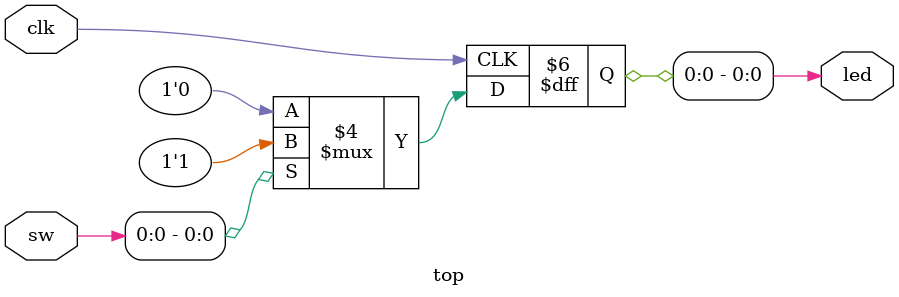
<source format=sv>

`default_nettype none
`timescale 1ns / 1ps

module top (
    input wire logic clk,
    input wire logic [3:0] sw,
    output     logic [3:0] led
    );
    
    always_ff @(posedge clk) begin
        if(sw[0] == 0) begin
            led[0] <= 1'b0;
        end else begin
            led[0] <= 1'b1;
        end
    end
endmodule

</source>
